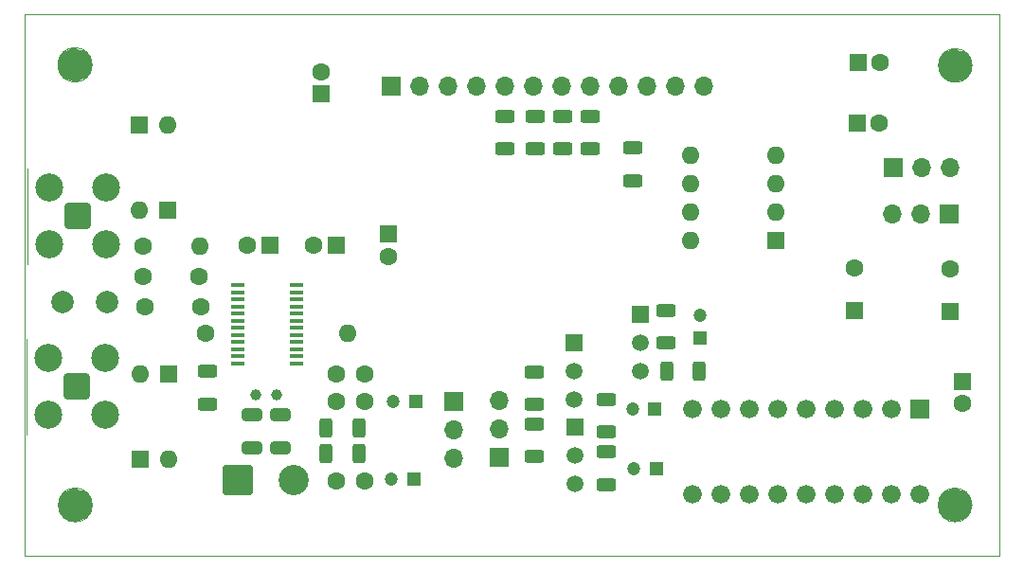
<source format=gbr>
%TF.GenerationSoftware,KiCad,Pcbnew,7.0.6*%
%TF.CreationDate,2023-09-03T13:44:33+00:00*%
%TF.ProjectId,SI4735,53493437-3335-42e6-9b69-6361645f7063,rev?*%
%TF.SameCoordinates,Original*%
%TF.FileFunction,Soldermask,Bot*%
%TF.FilePolarity,Negative*%
%FSLAX45Y45*%
G04 Gerber Fmt 4.5, Leading zero omitted, Abs format (unit mm)*
G04 Created by KiCad (PCBNEW 7.0.6) date 2023-09-03 13:44:33*
%MOMM*%
%LPD*%
G01*
G04 APERTURE LIST*
G04 Aperture macros list*
%AMRoundRect*
0 Rectangle with rounded corners*
0 $1 Rounding radius*
0 $2 $3 $4 $5 $6 $7 $8 $9 X,Y pos of 4 corners*
0 Add a 4 corners polygon primitive as box body*
4,1,4,$2,$3,$4,$5,$6,$7,$8,$9,$2,$3,0*
0 Add four circle primitives for the rounded corners*
1,1,$1+$1,$2,$3*
1,1,$1+$1,$4,$5*
1,1,$1+$1,$6,$7*
1,1,$1+$1,$8,$9*
0 Add four rect primitives between the rounded corners*
20,1,$1+$1,$2,$3,$4,$5,0*
20,1,$1+$1,$4,$5,$6,$7,0*
20,1,$1+$1,$6,$7,$8,$9,0*
20,1,$1+$1,$8,$9,$2,$3,0*%
G04 Aperture macros list end*
%ADD10R,1.600000X1.600000*%
%ADD11C,1.600000*%
%ADD12R,1.200000X1.200000*%
%ADD13C,1.200000*%
%ADD14RoundRect,0.200100X0.949900X-0.949900X0.949900X0.949900X-0.949900X0.949900X-0.949900X-0.949900X0*%
%ADD15C,2.500000*%
%ADD16C,1.000000*%
%ADD17O,1.600000X1.600000*%
%ADD18R,1.700000X1.700000*%
%ADD19O,1.700000X1.700000*%
%ADD20R,1.500000X1.500000*%
%ADD21C,1.500000*%
%ADD22RoundRect,0.250001X-1.099999X-1.099999X1.099999X-1.099999X1.099999X1.099999X-1.099999X1.099999X0*%
%ADD23C,2.700000*%
%ADD24C,2.000000*%
%ADD25R,1.676400X1.676400*%
%ADD26C,1.676400*%
%ADD27RoundRect,0.250000X-0.650000X0.325000X-0.650000X-0.325000X0.650000X-0.325000X0.650000X0.325000X0*%
%ADD28RoundRect,0.250000X0.312500X0.625000X-0.312500X0.625000X-0.312500X-0.625000X0.312500X-0.625000X0*%
%ADD29R,1.200000X0.400000*%
%ADD30RoundRect,0.250000X0.625000X-0.312500X0.625000X0.312500X-0.625000X0.312500X-0.625000X-0.312500X0*%
%ADD31RoundRect,0.250000X-0.625000X0.312500X-0.625000X-0.312500X0.625000X-0.312500X0.625000X0.312500X0*%
%ADD32RoundRect,0.250000X-0.312500X-0.625000X0.312500X-0.625000X0.312500X0.625000X-0.312500X0.625000X0*%
%TA.AperFunction,Profile*%
%ADD33C,0.050000*%
%TD*%
%TA.AperFunction,Profile*%
%ADD34C,1.535132*%
%TD*%
%TA.AperFunction,Profile*%
%ADD35C,1.516643*%
%TD*%
%TA.AperFunction,Profile*%
%ADD36C,0.100000*%
%TD*%
G04 APERTURE END LIST*
D10*
%TO.C,C8*%
X15278000Y-9566000D03*
D11*
X15078000Y-9566000D03*
%TD*%
%TO.C,C15*%
X15534000Y-10714000D03*
X15284000Y-10714000D03*
%TD*%
%TO.C,C10*%
X13554000Y-9848000D03*
X14054000Y-9848000D03*
%TD*%
%TO.C,C13*%
X13575000Y-10112500D03*
X14075000Y-10112500D03*
%TD*%
D10*
%TO.C,C7*%
X14689000Y-9568000D03*
D11*
X14489000Y-9568000D03*
%TD*%
D12*
%TO.C,C18*%
X15993000Y-10964000D03*
D13*
X15793000Y-10964000D03*
%TD*%
D12*
%TO.C,C22*%
X15976260Y-11661000D03*
D13*
X15776260Y-11661000D03*
%TD*%
D11*
%TO.C,C17*%
X15284000Y-10964000D03*
X15534000Y-10964000D03*
%TD*%
D14*
%TO.C,J3*%
X12967998Y-9308002D03*
D15*
X12713998Y-9562002D03*
X13221998Y-9562002D03*
X12713998Y-9054002D03*
X13221998Y-9054002D03*
%TD*%
D16*
%TO.C,Y1*%
X14559000Y-10901500D03*
X14749000Y-10901500D03*
%TD*%
D10*
%TO.C,C11*%
X19911000Y-10152000D03*
D11*
X19911000Y-9772000D03*
%TD*%
%TO.C,R7*%
X14116000Y-10357000D03*
D17*
X15386000Y-10357000D03*
%TD*%
D12*
%TO.C,C19*%
X18127875Y-11034000D03*
D13*
X17927875Y-11034000D03*
%TD*%
D10*
%TO.C,D2*%
X13771500Y-9256500D03*
D17*
X13771500Y-8494500D03*
%TD*%
D18*
%TO.C,J1*%
X15776000Y-8141000D03*
D19*
X16030000Y-8141000D03*
X16284000Y-8141000D03*
X16538000Y-8141000D03*
X16792000Y-8141000D03*
X17046000Y-8141000D03*
X17300000Y-8141000D03*
X17554000Y-8141000D03*
X17808000Y-8141000D03*
X18062000Y-8141000D03*
X18316000Y-8141000D03*
X18570000Y-8141000D03*
%TD*%
D20*
%TO.C,Q2*%
X17405000Y-10440750D03*
D21*
X17405000Y-10694750D03*
X17405000Y-10948750D03*
%TD*%
D11*
%TO.C,C21*%
X15283000Y-11674000D03*
X15533000Y-11674000D03*
%TD*%
D10*
%TO.C,C2*%
X15146000Y-8215000D03*
D11*
X15146000Y-8015000D03*
%TD*%
D10*
%TO.C,C3*%
X19937000Y-8477000D03*
D11*
X20137000Y-8477000D03*
%TD*%
%TO.C,L1*%
X13554000Y-9579000D03*
D17*
X14062000Y-9579000D03*
%TD*%
D20*
%TO.C,Q3*%
X17413000Y-11192750D03*
D21*
X17413000Y-11446750D03*
X17413000Y-11700750D03*
%TD*%
D10*
%TO.C,D4*%
X13526998Y-11481002D03*
D17*
X13526998Y-10719002D03*
%TD*%
D22*
%TO.C,J8*%
X14397660Y-11667340D03*
D23*
X14897660Y-11667340D03*
%TD*%
D10*
%TO.C,C1*%
X19943000Y-7934000D03*
D11*
X20143000Y-7934000D03*
%TD*%
D18*
%TO.C,J6*%
X16329000Y-10966500D03*
D19*
X16329000Y-11220500D03*
X16329000Y-11474500D03*
%TD*%
D10*
%TO.C,C5*%
X15751000Y-9466000D03*
D11*
X15751000Y-9666000D03*
%TD*%
D18*
%TO.C,J2*%
X20256000Y-8875470D03*
D19*
X20510000Y-8875470D03*
X20764000Y-8875470D03*
%TD*%
D10*
%TO.C,C16*%
X20882000Y-10782489D03*
D11*
X20882000Y-10982489D03*
%TD*%
D10*
%TO.C,D1*%
X13519000Y-8494500D03*
D17*
X13519000Y-9256500D03*
%TD*%
D24*
%TO.C,L2*%
X13236000Y-10077000D03*
X12836000Y-10077000D03*
%TD*%
D25*
%TO.C,U5*%
X20498875Y-11034000D03*
D26*
X20244875Y-11034000D03*
X19990875Y-11034000D03*
X19736875Y-11034000D03*
X19482875Y-11034000D03*
X19228875Y-11034000D03*
X18974875Y-11034000D03*
X18720875Y-11034000D03*
X18466875Y-11034000D03*
X18466875Y-11796000D03*
X18720875Y-11796000D03*
X18974875Y-11796000D03*
X19228875Y-11796000D03*
X19482875Y-11796000D03*
X19736875Y-11796000D03*
X19990875Y-11796000D03*
X20244875Y-11796000D03*
X20498875Y-11796000D03*
%TD*%
D10*
%TO.C,C12*%
X20766000Y-10156000D03*
D11*
X20766000Y-9776000D03*
%TD*%
D18*
%TO.C,J7*%
X16736000Y-11463000D03*
D19*
X16736000Y-11209000D03*
X16736000Y-10955000D03*
%TD*%
D18*
%TO.C,J4*%
X20760500Y-9282970D03*
D19*
X20506500Y-9282970D03*
X20252500Y-9282970D03*
%TD*%
D12*
%TO.C,C14*%
X18531000Y-10393750D03*
D13*
X18531000Y-10193750D03*
%TD*%
D10*
%TO.C,U4*%
X19210500Y-9520000D03*
D17*
X19210500Y-9266000D03*
X19210500Y-9012000D03*
X19210500Y-8758000D03*
X18448500Y-8758000D03*
X18448500Y-9012000D03*
X18448500Y-9266000D03*
X18448500Y-9520000D03*
%TD*%
D14*
%TO.C,J5*%
X12965500Y-10830500D03*
D15*
X12711500Y-11084500D03*
X13219500Y-11084500D03*
X12711500Y-10576500D03*
X13219500Y-10576500D03*
%TD*%
D20*
%TO.C,Q1*%
X17998000Y-10185750D03*
D21*
X17998000Y-10439750D03*
X17998000Y-10693750D03*
%TD*%
D12*
%TO.C,C20*%
X18141875Y-11566000D03*
D13*
X17941875Y-11566000D03*
%TD*%
D10*
%TO.C,D3*%
X13781998Y-10719002D03*
D17*
X13781998Y-11481002D03*
%TD*%
D27*
%TO.C,C23*%
X14785000Y-11085000D03*
X14785000Y-11380000D03*
%TD*%
%TO.C,C24*%
X14531000Y-11085000D03*
X14531000Y-11380000D03*
%TD*%
D28*
%TO.C,R19*%
X15484000Y-11204500D03*
X15191500Y-11204500D03*
%TD*%
%TO.C,R21*%
X15484000Y-11429500D03*
X15191500Y-11429500D03*
%TD*%
D29*
%TO.C,U6*%
X14404000Y-10623250D03*
X14404000Y-10559750D03*
X14404000Y-10496250D03*
X14404000Y-10432750D03*
X14404000Y-10369250D03*
X14404000Y-10305750D03*
X14404000Y-10242250D03*
X14404000Y-10178750D03*
X14404000Y-10115250D03*
X14404000Y-10051750D03*
X14404000Y-9988250D03*
X14404000Y-9924750D03*
X14924000Y-9924750D03*
X14924000Y-9988250D03*
X14924000Y-10051750D03*
X14924000Y-10115250D03*
X14924000Y-10178750D03*
X14924000Y-10242250D03*
X14924000Y-10305750D03*
X14924000Y-10369250D03*
X14924000Y-10432750D03*
X14924000Y-10496250D03*
X14924000Y-10559750D03*
X14924000Y-10623250D03*
%TD*%
D30*
%TO.C,R10*%
X17309000Y-8705250D03*
X17309000Y-8412750D03*
%TD*%
D31*
%TO.C,R17*%
X14134000Y-10694500D03*
X14134000Y-10987000D03*
%TD*%
D32*
%TO.C,R15*%
X18233250Y-10688750D03*
X18525750Y-10688750D03*
%TD*%
D30*
%TO.C,R22*%
X17695000Y-11706000D03*
X17695000Y-11413500D03*
%TD*%
D31*
%TO.C,R13*%
X17933000Y-8697000D03*
X17933000Y-8989500D03*
%TD*%
%TO.C,R18*%
X17693000Y-10942750D03*
X17693000Y-11235250D03*
%TD*%
D30*
%TO.C,R12*%
X16789000Y-8705250D03*
X16789000Y-8412750D03*
%TD*%
D31*
%TO.C,R20*%
X17053000Y-11164250D03*
X17053000Y-11456750D03*
%TD*%
D30*
%TO.C,R11*%
X17059000Y-8704000D03*
X17059000Y-8411500D03*
%TD*%
D31*
%TO.C,R14*%
X18224000Y-10146750D03*
X18224000Y-10439250D03*
%TD*%
D30*
%TO.C,R9*%
X17551500Y-8706500D03*
X17551500Y-8414000D03*
%TD*%
%TO.C,R16*%
X17054000Y-10992750D03*
X17054000Y-10700250D03*
%TD*%
D33*
X13100268Y-7953000D02*
G75*
G03*
X13100268Y-7953000I-153912J0D01*
G01*
D34*
X13023113Y-7953000D02*
G75*
G03*
X13023113Y-7953000I-76757J0D01*
G01*
D33*
X20965013Y-7959000D02*
G75*
G03*
X20965013Y-7959000I-151013J0D01*
G01*
D35*
X20889832Y-7959000D02*
G75*
G03*
X20889832Y-7959000I-75832J0D01*
G01*
D34*
X13025757Y-11889000D02*
G75*
G03*
X13025757Y-11889000I-76757J0D01*
G01*
D33*
X20962513Y-11889000D02*
G75*
G03*
X20962513Y-11889000I-151013J0D01*
G01*
X13101069Y-11889000D02*
G75*
G03*
X13101069Y-11889000I-152069J0D01*
G01*
D34*
X20891757Y-11887000D02*
G75*
G03*
X20891757Y-11887000I-76757J0D01*
G01*
D33*
X12496500Y-7499000D02*
X21209000Y-7499000D01*
X21209000Y-12346500D01*
X12496500Y-12346500D01*
X12496500Y-7499000D01*
D36*
%TO.C,J3*%
X12517998Y-8878002D02*
X12517998Y-9738002D01*
%TO.C,J5*%
X12515500Y-10400500D02*
X12515500Y-11260500D01*
%TD*%
M02*

</source>
